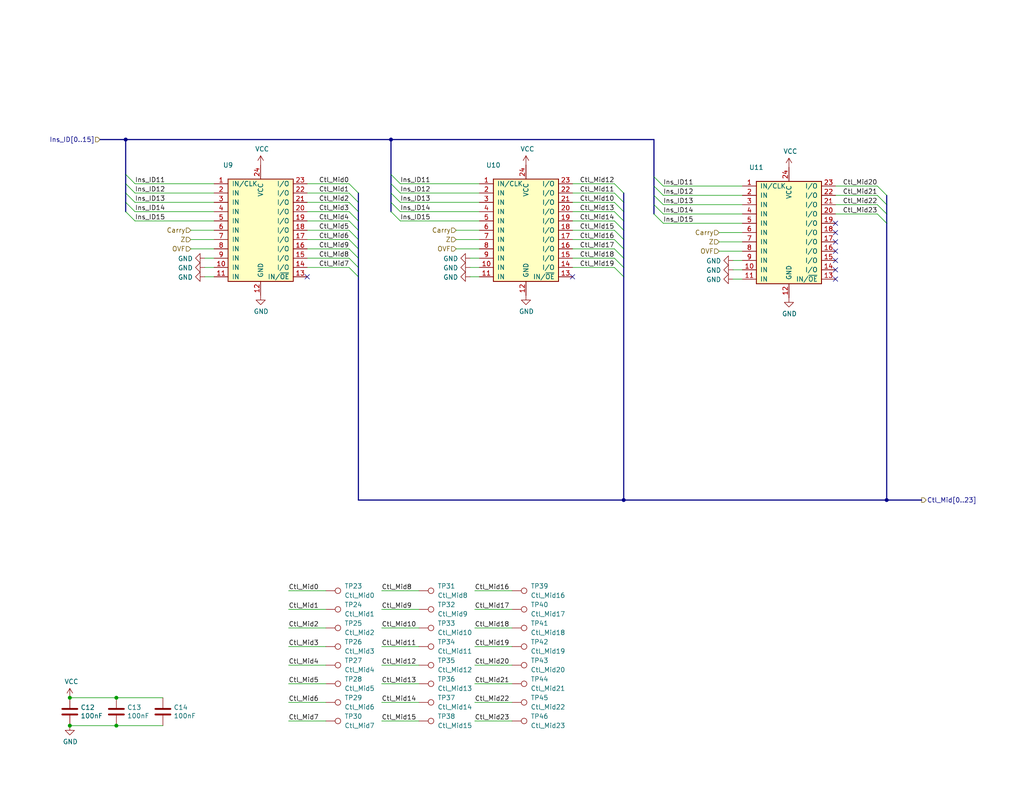
<source format=kicad_sch>
(kicad_sch (version 20211123) (generator eeschema)
  (paper "USLetter")
  (title_block (title "Instruction Decoder") (date "2022-04-24") (rev "C") (comment 4 "Decodes an instruction opcode into an array of control signals."))
  (lib_symbols
    (symbol "Connector:TestPoint" (pin_numbers hide) (pin_names (offset 0.762) hide)
      (property "Reference" "TP" (at 0 6.858 0))
      (property "Value" "TestPoint" (at 0 5.08 0))
      (symbol "TestPoint_0_1"
        (circle (center 0 3.302) (radius 0.762))
      )
      (symbol "TestPoint_1_1"
        (pin passive line (at 0 0 90) (length 2.54) (name "1") (number "1"))
      )
    )
    (symbol "ControlModule-rescue:ATF22V10C-Logic_Programmable" (pin_names (offset 1.016))
      (property "Reference" "U" (at -7.62 17.78 0))
      (property "Value" "ATF22V10C-Logic_Programmable" (at -7.62 15.24 0))
      (symbol "ATF22V10C-Logic_Programmable_1_1"
        (rectangle (start -8.89 -15.24) (end 8.89 12.7) (stroke (width 0.254)) (fill (type background)))
        (pin input line (at -12.7 11.43 0) (length 3.81) (name "IN/CLK") (number "1"))
        (pin input line (at -12.7 -11.43 0) (length 3.81) (name "IN") (number "10"))
        (pin input line (at -12.7 -13.97 0) (length 3.81) (name "IN") (number "11"))
        (pin power_in line (at 0 -19.05 90) (length 3.81) (name "GND") (number "12"))
        (pin input line (at 12.7 -13.97 180) (length 3.81) (name "IN/~{OE}") (number "13"))
        (pin passive line (at 12.7 -11.43 180) (length 3.81) (name "I/O") (number "14"))
        (pin passive line (at 12.7 -8.89 180) (length 3.81) (name "I/O") (number "15"))
        (pin passive line (at 12.7 -6.35 180) (length 3.81) (name "I/O") (number "16"))
        (pin passive line (at 12.7 -3.81 180) (length 3.81) (name "I/O") (number "17"))
        (pin passive line (at 12.7 -1.27 180) (length 3.81) (name "I/O") (number "18"))
        (pin passive line (at 12.7 1.27 180) (length 3.81) (name "I/O") (number "19"))
        (pin input line (at -12.7 8.89 0) (length 3.81) (name "IN") (number "2"))
        (pin passive line (at 12.7 3.81 180) (length 3.81) (name "I/O") (number "20"))
        (pin passive line (at 12.7 6.35 180) (length 3.81) (name "I/O") (number "21"))
        (pin passive line (at 12.7 8.89 180) (length 3.81) (name "I/O") (number "22"))
        (pin passive line (at 12.7 11.43 180) (length 3.81) (name "I/O") (number "23"))
        (pin power_in line (at 0 16.51 270) (length 3.81) (name "VCC") (number "24"))
        (pin input line (at -12.7 6.35 0) (length 3.81) (name "IN") (number "3"))
        (pin input line (at -12.7 3.81 0) (length 3.81) (name "IN") (number "4"))
        (pin input line (at -12.7 1.27 0) (length 3.81) (name "IN") (number "5"))
        (pin input line (at -12.7 -1.27 0) (length 3.81) (name "IN") (number "6"))
        (pin input line (at -12.7 -3.81 0) (length 3.81) (name "IN") (number "7"))
        (pin input line (at -12.7 -6.35 0) (length 3.81) (name "IN") (number "8"))
        (pin input line (at -12.7 -8.89 0) (length 3.81) (name "IN") (number "9"))
      )
    )
    (symbol "Device:C" (pin_numbers hide) (pin_names (offset 0.254))
      (property "Reference" "C" (at 0.635 2.54 0))
      (property "Value" "C" (at 0.635 -2.54 0))
      (symbol "C_0_1"
        (polyline (pts (xy -2.032 -0.762) (xy 2.032 -0.762)) (stroke (width 0.508)))
        (polyline (pts (xy -2.032 0.762) (xy 2.032 0.762)) (stroke (width 0.508)))
      )
      (symbol "C_1_1"
        (pin passive line (at 0 3.81 270) (length 2.794) (name "~") (number "1"))
        (pin passive line (at 0 -3.81 90) (length 2.794) (name "~") (number "2"))
      )
    )
    (symbol "power:GND" (power) (pin_names (offset 0))
      (property "Value" "GND" (at 0 -3.81 0))
      (symbol "GND_0_1"
        (polyline (pts (xy 0 0) (xy 0 -1.27) (xy 1.27 -1.27) (xy 0 -2.54) (xy -1.27 -1.27) (xy 0 -1.27)))
      )
      (symbol "GND_1_1"
        (pin power_in line (at 0 0 270) (length 0) hide (name "GND") (number "1"))
      )
    )
    (symbol "power:VCC" (power) (pin_names (offset 0))
      (property "Value" "VCC" (at 0 3.81 0))
      (symbol "VCC_0_1"
        (polyline (pts (xy -0.762 1.27) (xy 0 2.54)))
        (polyline (pts (xy 0 0) (xy 0 2.54)))
        (polyline (pts (xy 0 2.54) (xy 0.762 1.27)))
      )
      (symbol "VCC_1_1"
        (pin power_in line (at 0 0 90) (length 0) hide (name "VCC") (number "1"))
      )
    )
  )
  (junction (at 19.05 198.12))
  (junction (at 31.75 190.5))
  (junction (at 241.935 136.525))
  (junction (at 34.29 38.1))
  (junction (at 31.75 198.12))
  (junction (at 170.18 136.525))
  (junction (at 106.68 38.1))
  (junction (at 19.05 190.5))
  (no_connect (at 227.965 60.96))
  (no_connect (at 83.82 75.565))
  (no_connect (at 156.21 75.565))
  (no_connect (at 227.965 76.2))
  (no_connect (at 227.965 63.5))
  (no_connect (at 227.965 66.04))
  (no_connect (at 227.965 68.58))
  (no_connect (at 227.965 71.12))
  (no_connect (at 227.965 73.66))
  (bus_entry (at 97.79 67.945) (size -2.54 -2.54))
  (bus_entry (at 95.25 70.485) (size 2.54 2.54))
  (bus_entry (at 180.975 58.42) (size -2.54 -2.54))
  (bus_entry (at 97.79 62.865) (size -2.54 -2.54))
  (bus_entry (at 95.25 67.945) (size 2.54 2.54))
  (bus_entry (at 109.22 52.705) (size -2.54 -2.54))
  (bus_entry (at 241.935 58.42) (size -2.54 -2.54))
  (bus_entry (at 97.79 65.405) (size -2.54 -2.54))
  (bus_entry (at 241.935 53.34) (size -2.54 -2.54))
  (bus_entry (at 241.935 60.96) (size -2.54 -2.54))
  (bus_entry (at 241.935 55.88) (size -2.54 -2.54))
  (bus_entry (at 97.79 60.325) (size -2.54 -2.54))
  (bus_entry (at 180.975 55.88) (size -2.54 -2.54))
  (bus_entry (at 109.22 55.245) (size -2.54 -2.54))
  (bus_entry (at 95.25 73.025) (size 2.54 2.54))
  (bus_entry (at 36.83 55.245) (size -2.54 -2.54))
  (bus_entry (at 97.79 52.705) (size -2.54 -2.54))
  (bus_entry (at 36.83 52.705) (size -2.54 -2.54))
  (bus_entry (at 167.64 67.945) (size 2.54 2.54))
  (bus_entry (at 36.83 50.165) (size -2.54 -2.54))
  (bus_entry (at 180.975 60.96) (size -2.54 -2.54))
  (bus_entry (at 170.18 60.325) (size -2.54 -2.54))
  (bus_entry (at 167.64 70.485) (size 2.54 2.54))
  (bus_entry (at 109.22 50.165) (size -2.54 -2.54))
  (bus_entry (at 97.79 55.245) (size -2.54 -2.54))
  (bus_entry (at 109.22 60.325) (size -2.54 -2.54))
  (bus_entry (at 170.18 62.865) (size -2.54 -2.54))
  (bus_entry (at 170.18 67.945) (size -2.54 -2.54))
  (bus_entry (at 180.975 50.8) (size -2.54 -2.54))
  (bus_entry (at 36.83 57.785) (size -2.54 -2.54))
  (bus_entry (at 170.18 57.785) (size -2.54 -2.54))
  (bus_entry (at 109.22 57.785) (size -2.54 -2.54))
  (bus_entry (at 180.975 53.34) (size -2.54 -2.54))
  (bus_entry (at 167.64 73.025) (size 2.54 2.54))
  (bus_entry (at 170.18 65.405) (size -2.54 -2.54))
  (bus_entry (at 170.18 52.705) (size -2.54 -2.54))
  (bus_entry (at 36.83 60.325) (size -2.54 -2.54))
  (bus_entry (at 97.79 57.785) (size -2.54 -2.54))
  (bus_entry (at 170.18 55.245) (size -2.54 -2.54))
  (wire (pts (xy 83.82 57.785) (xy 95.25 57.785)))
  (wire (pts (xy 180.975 50.8) (xy 202.565 50.8)))
  (wire (pts (xy 78.74 176.53) (xy 88.9 176.53)))
  (bus (pts (xy 170.18 55.245) (xy 170.18 57.785)))
  (wire (pts (xy 104.14 161.29) (xy 114.3 161.29)))
  (wire (pts (xy 44.45 198.12) (xy 31.75 198.12)))
  (bus (pts (xy 34.29 50.165) (xy 34.29 52.705)))
  (wire (pts (xy 156.21 65.405) (xy 167.64 65.405)))
  (wire (pts (xy 129.54 171.45) (xy 139.7 171.45)))
  (bus (pts (xy 241.935 53.34) (xy 241.935 55.88)))
  (wire (pts (xy 156.21 62.865) (xy 167.64 62.865)))
  (wire (pts (xy 58.42 50.165) (xy 36.83 50.165)))
  (bus (pts (xy 106.68 55.245) (xy 106.68 57.785)))
  (bus (pts (xy 170.18 136.525) (xy 241.935 136.525)))
  (wire (pts (xy 196.215 66.04) (xy 202.565 66.04)))
  (wire (pts (xy 196.215 68.58) (xy 202.565 68.58)))
  (bus (pts (xy 97.79 60.325) (xy 97.79 62.865)))
  (bus (pts (xy 34.29 55.245) (xy 34.29 57.785)))
  (wire (pts (xy 31.75 190.5) (xy 44.45 190.5)))
  (bus (pts (xy 170.18 57.785) (xy 170.18 60.325)))
  (wire (pts (xy 128.27 73.025) (xy 130.81 73.025)))
  (wire (pts (xy 36.83 57.785) (xy 58.42 57.785)))
  (bus (pts (xy 241.935 60.96) (xy 241.935 136.525)))
  (bus (pts (xy 34.29 38.1) (xy 34.29 47.625)))
  (wire (pts (xy 156.21 55.245) (xy 167.64 55.245)))
  (wire (pts (xy 83.82 50.165) (xy 95.25 50.165)))
  (wire (pts (xy 128.27 70.485) (xy 130.81 70.485)))
  (wire (pts (xy 180.975 60.96) (xy 202.565 60.96)))
  (wire (pts (xy 78.74 171.45) (xy 88.9 171.45)))
  (wire (pts (xy 52.07 65.405) (xy 58.42 65.405)))
  (wire (pts (xy 78.74 196.85) (xy 88.9 196.85)))
  (bus (pts (xy 97.79 70.485) (xy 97.79 67.945)))
  (wire (pts (xy 180.975 55.88) (xy 202.565 55.88)))
  (bus (pts (xy 178.435 55.88) (xy 178.435 58.42)))
  (bus (pts (xy 178.435 53.34) (xy 178.435 55.88)))
  (bus (pts (xy 97.79 73.025) (xy 97.79 75.565)))
  (wire (pts (xy 129.54 161.29) (xy 139.7 161.29)))
  (wire (pts (xy 227.965 53.34) (xy 239.395 53.34)))
  (wire (pts (xy 83.82 73.025) (xy 95.25 73.025)))
  (bus (pts (xy 178.435 48.26) (xy 178.435 50.8)))
  (wire (pts (xy 109.22 55.245) (xy 130.81 55.245)))
  (wire (pts (xy 83.82 62.865) (xy 95.25 62.865)))
  (wire (pts (xy 156.21 73.025) (xy 167.64 73.025)))
  (wire (pts (xy 104.14 181.61) (xy 114.3 181.61)))
  (wire (pts (xy 200.025 76.2) (xy 202.565 76.2)))
  (wire (pts (xy 180.975 53.34) (xy 202.565 53.34)))
  (bus (pts (xy 106.68 47.625) (xy 106.68 50.165)))
  (wire (pts (xy 200.025 71.12) (xy 202.565 71.12)))
  (wire (pts (xy 78.74 191.77) (xy 88.9 191.77)))
  (wire (pts (xy 109.22 57.785) (xy 130.81 57.785)))
  (bus (pts (xy 170.18 70.485) (xy 170.18 73.025)))
  (bus (pts (xy 170.18 62.865) (xy 170.18 65.405)))
  (wire (pts (xy 104.14 191.77) (xy 114.3 191.77)))
  (wire (pts (xy 129.54 181.61) (xy 139.7 181.61)))
  (wire (pts (xy 83.82 65.405) (xy 95.25 65.405)))
  (wire (pts (xy 83.82 67.945) (xy 95.25 67.945)))
  (bus (pts (xy 34.29 52.705) (xy 34.29 55.245)))
  (wire (pts (xy 156.21 67.945) (xy 167.64 67.945)))
  (wire (pts (xy 104.14 186.69) (xy 114.3 186.69)))
  (bus (pts (xy 170.18 70.485) (xy 170.18 67.945)))
  (bus (pts (xy 106.68 52.705) (xy 106.68 55.245)))
  (wire (pts (xy 124.46 65.405) (xy 130.81 65.405)))
  (wire (pts (xy 52.07 62.865) (xy 58.42 62.865)))
  (wire (pts (xy 156.21 52.705) (xy 167.64 52.705)))
  (wire (pts (xy 129.54 196.85) (xy 139.7 196.85)))
  (wire (pts (xy 31.75 198.12) (xy 19.05 198.12)))
  (wire (pts (xy 227.965 58.42) (xy 239.395 58.42)))
  (bus (pts (xy 97.79 52.705) (xy 97.79 55.245)))
  (bus (pts (xy 170.18 73.025) (xy 170.18 75.565)))
  (wire (pts (xy 78.74 161.29) (xy 88.9 161.29)))
  (wire (pts (xy 36.83 60.325) (xy 58.42 60.325)))
  (wire (pts (xy 55.88 70.485) (xy 58.42 70.485)))
  (wire (pts (xy 83.82 60.325) (xy 95.25 60.325)))
  (bus (pts (xy 27.305 38.1) (xy 34.29 38.1)))
  (bus (pts (xy 97.79 57.785) (xy 97.79 60.325)))
  (wire (pts (xy 104.14 176.53) (xy 114.3 176.53)))
  (bus (pts (xy 178.435 50.8) (xy 178.435 53.34)))
  (wire (pts (xy 200.025 73.66) (xy 202.565 73.66)))
  (wire (pts (xy 129.54 176.53) (xy 139.7 176.53)))
  (wire (pts (xy 129.54 191.77) (xy 139.7 191.77)))
  (wire (pts (xy 124.46 67.945) (xy 130.81 67.945)))
  (bus (pts (xy 170.18 75.565) (xy 170.18 136.525)))
  (bus (pts (xy 97.79 75.565) (xy 97.79 136.525)))
  (bus (pts (xy 241.935 58.42) (xy 241.935 60.96)))
  (bus (pts (xy 106.68 38.1) (xy 106.68 47.625)))
  (wire (pts (xy 55.88 73.025) (xy 58.42 73.025)))
  (bus (pts (xy 97.79 70.485) (xy 97.79 73.025)))
  (wire (pts (xy 78.74 186.69) (xy 88.9 186.69)))
  (wire (pts (xy 156.21 60.325) (xy 167.64 60.325)))
  (wire (pts (xy 109.22 50.165) (xy 130.81 50.165)))
  (bus (pts (xy 241.935 55.88) (xy 241.935 58.42)))
  (wire (pts (xy 78.74 181.61) (xy 88.9 181.61)))
  (bus (pts (xy 170.18 52.705) (xy 170.18 55.245)))
  (wire (pts (xy 83.82 52.705) (xy 95.25 52.705)))
  (bus (pts (xy 97.79 65.405) (xy 97.79 67.945)))
  (wire (pts (xy 128.27 75.565) (xy 130.81 75.565)))
  (wire (pts (xy 104.14 166.37) (xy 114.3 166.37)))
  (wire (pts (xy 19.05 190.5) (xy 31.75 190.5)))
  (wire (pts (xy 156.21 57.785) (xy 167.64 57.785)))
  (bus (pts (xy 170.18 136.525) (xy 97.79 136.525)))
  (bus (pts (xy 34.29 38.1) (xy 106.68 38.1)))
  (wire (pts (xy 129.54 166.37) (xy 139.7 166.37)))
  (wire (pts (xy 36.83 55.245) (xy 58.42 55.245)))
  (wire (pts (xy 109.22 60.325) (xy 130.81 60.325)))
  (wire (pts (xy 196.215 63.5) (xy 202.565 63.5)))
  (bus (pts (xy 170.18 65.405) (xy 170.18 67.945)))
  (bus (pts (xy 106.68 38.1) (xy 178.435 38.1)))
  (bus (pts (xy 170.18 60.325) (xy 170.18 62.865)))
  (wire (pts (xy 55.88 75.565) (xy 58.42 75.565)))
  (wire (pts (xy 124.46 62.865) (xy 130.81 62.865)))
  (wire (pts (xy 83.82 70.485) (xy 95.25 70.485)))
  (bus (pts (xy 34.29 47.625) (xy 34.29 50.165)))
  (bus (pts (xy 106.68 50.165) (xy 106.68 52.705)))
  (wire (pts (xy 104.14 171.45) (xy 114.3 171.45)))
  (bus (pts (xy 97.79 62.865) (xy 97.79 65.405)))
  (bus (pts (xy 97.79 55.245) (xy 97.79 57.785)))
  (wire (pts (xy 104.14 196.85) (xy 114.3 196.85)))
  (wire (pts (xy 78.74 166.37) (xy 88.9 166.37)))
  (wire (pts (xy 180.975 58.42) (xy 202.565 58.42)))
  (wire (pts (xy 227.965 50.8) (xy 239.395 50.8)))
  (bus (pts (xy 178.435 38.1) (xy 178.435 48.26)))
  (wire (pts (xy 156.21 70.485) (xy 167.64 70.485)))
  (wire (pts (xy 83.82 55.245) (xy 95.25 55.245)))
  (wire (pts (xy 129.54 186.69) (xy 139.7 186.69)))
  (bus (pts (xy 241.935 136.525) (xy 251.46 136.525)))
  (wire (pts (xy 58.42 52.705) (xy 36.83 52.705)))
  (wire (pts (xy 109.22 52.705) (xy 130.81 52.705)))
  (wire (pts (xy 227.965 55.88) (xy 239.395 55.88)))
  (wire (pts (xy 52.07 67.945) (xy 58.42 67.945)))
  (wire (pts (xy 156.21 50.165) (xy 167.64 50.165)))
  (label "Ctl_Mid13" (at 104.14 186.69 0))
  (label "Ctl_Mid9" (at 104.14 166.37 0))
  (label "Ctl_Mid0" (at 95.25 50.165 180))
  (label "Ctl_Mid11" (at 167.64 52.705 180))
  (label "Ctl_Mid4" (at 95.25 60.325 180))
  (label "Ctl_Mid17" (at 129.54 166.37 0))
  (label "Ins_ID12" (at 180.975 53.34 0))
  (label "Ctl_Mid22" (at 129.54 191.77 0))
  (label "Ins_ID13" (at 36.83 55.245 0))
  (label "Ins_ID11" (at 36.83 50.165 0))
  (label "Ins_ID15" (at 180.975 60.96 0))
  (label "Ctl_Mid2" (at 78.74 171.45 0))
  (label "Ctl_Mid23" (at 129.54 196.85 0))
  (label "Ctl_Mid14" (at 167.64 60.325 180))
  (label "Ctl_Mid19" (at 129.54 176.53 0))
  (label "Ctl_Mid18" (at 167.64 70.485 180))
  (label "Ctl_Mid2" (at 95.25 55.245 180))
  (label "Ctl_Mid11" (at 104.14 176.53 0))
  (label "Ctl_Mid4" (at 78.74 181.61 0))
  (label "Ctl_Mid14" (at 104.14 191.77 0))
  (label "Ins_ID14" (at 109.22 57.785 0))
  (label "Ctl_Mid13" (at 167.64 57.785 180))
  (label "Ctl_Mid22" (at 239.395 55.88 180))
  (label "Ins_ID12" (at 36.83 52.705 0))
  (label "Ins_ID15" (at 109.22 60.325 0))
  (label "Ctl_Mid10" (at 104.14 171.45 0))
  (label "Ctl_Mid5" (at 95.25 62.865 180))
  (label "Ctl_Mid3" (at 95.25 57.785 180))
  (label "Ctl_Mid23" (at 239.395 58.42 180))
  (label "Ins_ID15" (at 36.83 60.325 0))
  (label "Ctl_Mid20" (at 129.54 181.61 0))
  (label "Ctl_Mid3" (at 78.74 176.53 0))
  (label "Ctl_Mid9" (at 95.25 67.945 180))
  (label "Ctl_Mid10" (at 167.64 55.245 180))
  (label "Ctl_Mid16" (at 129.54 161.29 0))
  (label "Ins_ID12" (at 109.22 52.705 0))
  (label "Ctl_Mid7" (at 78.74 196.85 0))
  (label "Ins_ID11" (at 180.975 50.8 0))
  (label "Ins_ID14" (at 180.975 58.42 0))
  (label "Ctl_Mid17" (at 167.64 67.945 180))
  (label "Ctl_Mid20" (at 239.395 50.8 180))
  (label "Ins_ID14" (at 36.83 57.785 0))
  (label "Ctl_Mid8" (at 104.14 161.29 0))
  (label "Ctl_Mid15" (at 104.14 196.85 0))
  (label "Ins_ID11" (at 109.22 50.165 0))
  (label "Ctl_Mid18" (at 129.54 171.45 0))
  (label "Ctl_Mid0" (at 78.74 161.29 0))
  (label "Ctl_Mid7" (at 95.25 73.025 180))
  (label "Ctl_Mid12" (at 104.14 181.61 0))
  (label "Ctl_Mid8" (at 95.25 70.485 180))
  (label "Ctl_Mid1" (at 95.25 52.705 180))
  (label "Ctl_Mid16" (at 167.64 65.405 180))
  (label "Ins_ID13" (at 180.975 55.88 0))
  (label "Ins_ID13" (at 109.22 55.245 0))
  (label "Ctl_Mid12" (at 167.64 50.165 180))
  (label "Ctl_Mid1" (at 78.74 166.37 0))
  (label "Ctl_Mid6" (at 78.74 191.77 0))
  (label "Ctl_Mid15" (at 167.64 62.865 180))
  (label "Ctl_Mid21" (at 129.54 186.69 0))
  (label "Ctl_Mid6" (at 95.25 65.405 180))
  (label "Ctl_Mid21" (at 239.395 53.34 180))
  (label "Ctl_Mid5" (at 78.74 186.69 0))
  (label "Ctl_Mid19" (at 167.64 73.025 180))
  (hierarchical_label "Carry" (shape input) (at 196.215 63.5 180))
  (hierarchical_label "Ins_ID[0..15]" (shape input) (at 27.305 38.1 180))
  (hierarchical_label "Ctl_Mid[0..23]" (shape output) (at 251.46 136.525 0))
  (hierarchical_label "Z" (shape input) (at 124.46 65.405 180))
  (hierarchical_label "Z" (shape input) (at 196.215 66.04 180))
  (hierarchical_label "OVF" (shape input) (at 196.215 68.58 180))
  (hierarchical_label "Carry" (shape input) (at 52.07 62.865 180))
  (hierarchical_label "OVF" (shape input) (at 52.07 67.945 180))
  (hierarchical_label "OVF" (shape input) (at 124.46 67.945 180))
  (hierarchical_label "Z" (shape input) (at 52.07 65.405 180))
  (hierarchical_label "Carry" (shape input) (at 124.46 62.865 180))
  (symbol (lib_id "power:GND") (at 55.88 75.565 270) (unit 1)
    (property "Reference" "#PWR043" (effects hide))
    (property "Value" "GND" (at 52.6288 75.692 90) (effects (justify right)))
  )
  (symbol (lib_id "power:GND") (at 128.27 75.565 270) (unit 1)
    (property "Reference" "#PWR048" (effects hide))
    (property "Value" "GND" (at 125.0188 75.692 90) (effects (justify right)))
  )
  (symbol (lib_id "power:GND") (at 200.025 76.2 270) (unit 1)
    (property "Reference" "#PWR053" (effects hide))
    (property "Value" "GND" (at 196.7738 76.327 90) (effects (justify right)))
  )
  (symbol (lib_id "power:GND") (at 55.88 73.025 270) (unit 1)
    (property "Reference" "#PWR042" (effects hide))
    (property "Value" "GND" (at 52.6288 73.152 90) (effects (justify right)))
  )
  (symbol (lib_id "Device:C") (at 19.05 194.31 0) (unit 1)
    (property "Reference" "C12" (at 21.971 193.1416 0) (effects (justify left)))
    (property "Value" "100nF" (at 21.971 195.453 0) (effects (justify left)))
    (property "Footprint" "Capacitor_SMD:C_0603_1608Metric_Pad1.08x0.95mm_HandSolder" (effects hide))
    (property "Mouser" "https://www.mouser.com/ProductDetail/963-EMK107B7104KAHT" (effects hide))
  )
  (symbol (lib_id "Device:C") (at 31.75 194.31 0) (unit 1)
    (property "Reference" "C13" (at 34.671 193.1416 0) (effects (justify left)))
    (property "Value" "100nF" (at 34.671 195.453 0) (effects (justify left)))
    (property "Footprint" "Capacitor_SMD:C_0603_1608Metric_Pad1.08x0.95mm_HandSolder" (effects hide))
    (property "Mouser" "https://www.mouser.com/ProductDetail/963-EMK107B7104KAHT" (effects hide))
  )
  (symbol (lib_id "power:GND") (at 19.05 198.12 0) (unit 1)
    (property "Reference" "#PWR040" (effects hide))
    (property "Value" "GND" (at 19.177 202.5142 0))
  )
  (symbol (lib_id "power:VCC") (at 19.05 190.5 0) (unit 1)
    (property "Reference" "#PWR039" (effects hide))
    (property "Value" "VCC" (at 19.4818 186.1058 0))
  )
  (symbol (lib_id "power:VCC") (at 71.12 45.085 0) (unit 1)
    (property "Reference" "#PWR044" (effects hide))
    (property "Value" "VCC" (at 71.501 40.6908 0))
  )
  (symbol (lib_id "power:GND") (at 71.12 80.645 0) (unit 1)
    (property "Reference" "#PWR045" (effects hide))
    (property "Value" "GND" (at 71.247 85.0392 0))
  )
  (symbol (lib_id "Device:C") (at 44.45 194.31 0) (unit 1)
    (property "Reference" "C14" (at 47.371 193.1416 0) (effects (justify left)))
    (property "Value" "100nF" (at 47.371 195.453 0) (effects (justify left)))
    (property "Footprint" "Capacitor_SMD:C_0603_1608Metric_Pad1.08x0.95mm_HandSolder" (effects hide))
    (property "Mouser" "https://www.mouser.com/ProductDetail/963-EMK107B7104KAHT" (effects hide))
  )
  (symbol (lib_id "power:VCC") (at 143.51 45.085 0) (unit 1)
    (property "Reference" "#PWR049" (effects hide))
    (property "Value" "VCC" (at 143.891 40.6908 0))
  )
  (symbol (lib_id "power:GND") (at 143.51 80.645 0) (unit 1)
    (property "Reference" "#PWR050" (effects hide))
    (property "Value" "GND" (at 143.637 85.0392 0))
  )
  (symbol (lib_id "power:GND") (at 128.27 73.025 270) (unit 1)
    (property "Reference" "#PWR047" (effects hide))
    (property "Value" "GND" (at 125.0188 73.152 90) (effects (justify right)))
  )
  (symbol (lib_id "power:VCC") (at 215.265 45.72 0) (unit 1)
    (property "Reference" "#PWR054" (effects hide))
    (property "Value" "VCC" (at 215.646 41.3258 0))
  )
  (symbol (lib_id "power:GND") (at 215.265 81.28 0) (unit 1)
    (property "Reference" "#PWR055" (effects hide))
    (property "Value" "GND" (at 215.392 85.6742 0))
  )
  (symbol (lib_id "power:GND") (at 200.025 73.66 270) (unit 1)
    (property "Reference" "#PWR052" (effects hide))
    (property "Value" "GND" (at 196.7738 73.787 90) (effects (justify right)))
  )
  (symbol (lib_id "power:GND") (at 200.025 71.12 270) (unit 1)
    (property "Reference" "#PWR051" (effects hide))
    (property "Value" "GND" (at 196.7738 71.247 90) (effects (justify right)))
  )
  (symbol (lib_id "power:GND") (at 128.27 70.485 270) (unit 1)
    (property "Reference" "#PWR046" (effects hide))
    (property "Value" "GND" (at 125.0188 70.612 90) (effects (justify right)))
  )
  (symbol (lib_id "power:GND") (at 55.88 70.485 270) (unit 1)
    (property "Reference" "#PWR041" (effects hide))
    (property "Value" "GND" (at 52.6288 70.612 90) (effects (justify right)))
  )
  (symbol (lib_id "Connector:TestPoint") (at 88.9 171.45 270) (unit 1)
    (property "Reference" "TP25" (at 93.98 170.1799 90) (effects (justify left)))
    (property "Value" "Ctl_Mid2" (at 93.98 172.7199 90) (effects (justify left)))
    (property "Footprint" "TestPoint:TestPoint_Pad_D1.0mm" (effects hide))
  )
  (symbol (lib_id "ControlModule-rescue:ATF22V10C-Logic_Programmable") (at 215.265 62.23 0) (unit 1)
    (property "Reference" "U11" (at 206.375 45.72 0))
    (property "Datasheet" "https://www.mouser.com/datasheet/2/268/doc0735-1369018.pdf" (effects hide))
    (property "Mouser" "https://www.mouser.com/ProductDetail/Microchip-Technology-Atmel/ATF22V10C-7PX?qs=%2Fha2pyFadugqFuTUlWvkuaZr7DXQ8Rnu3dOZcKuoHGuPC51te6MYUw%3D%3D" (effects hide))
  )
  (symbol (lib_id "Connector:TestPoint") (at 139.7 181.61 270) (unit 1)
    (property "Reference" "TP43" (at 144.78 180.3399 90) (effects (justify left)))
    (property "Value" "Ctl_Mid20" (at 144.78 182.8799 90) (effects (justify left)))
    (property "Footprint" "TestPoint:TestPoint_Pad_D1.0mm" (effects hide))
  )
  (symbol (lib_id "Connector:TestPoint") (at 88.9 161.29 270) (unit 1)
    (property "Reference" "TP23" (at 93.98 160.0199 90) (effects (justify left)))
    (property "Value" "Ctl_Mid0" (at 93.98 162.5599 90) (effects (justify left)))
    (property "Footprint" "TestPoint:TestPoint_Pad_D1.0mm" (effects hide))
  )
  (symbol (lib_id "Connector:TestPoint") (at 88.9 181.61 270) (unit 1)
    (property "Reference" "TP27" (at 93.98 180.3399 90) (effects (justify left)))
    (property "Value" "Ctl_Mid4" (at 93.98 182.8799 90) (effects (justify left)))
    (property "Footprint" "TestPoint:TestPoint_Pad_D1.0mm" (effects hide))
  )
  (symbol (lib_id "Connector:TestPoint") (at 139.7 186.69 270) (unit 1)
    (property "Reference" "TP44" (at 144.78 185.4199 90) (effects (justify left)))
    (property "Value" "Ctl_Mid21" (at 144.78 187.9599 90) (effects (justify left)))
    (property "Footprint" "TestPoint:TestPoint_Pad_D1.0mm" (effects hide))
  )
  (symbol (lib_id "Connector:TestPoint") (at 139.7 161.29 270) (unit 1)
    (property "Reference" "TP39" (at 144.78 160.0199 90) (effects (justify left)))
    (property "Value" "Ctl_Mid16" (at 144.78 162.5599 90) (effects (justify left)))
    (property "Footprint" "TestPoint:TestPoint_Pad_D1.0mm" (effects hide))
  )
  (symbol (lib_id "Connector:TestPoint") (at 114.3 161.29 270) (unit 1)
    (property "Reference" "TP31" (at 119.38 160.0199 90) (effects (justify left)))
    (property "Value" "Ctl_Mid8" (at 119.38 162.5599 90) (effects (justify left)))
    (property "Footprint" "TestPoint:TestPoint_Pad_D1.0mm" (effects hide))
  )
  (symbol (lib_id "ControlModule-rescue:ATF22V10C-Logic_Programmable") (at 71.12 61.595 0) (unit 1)
    (property "Reference" "U9" (at 62.23 45.085 0))
    (property "Datasheet" "https://www.mouser.com/datasheet/2/268/doc0735-1369018.pdf" (effects hide))
    (property "Mouser" "https://www.mouser.com/ProductDetail/Microchip-Technology-Atmel/ATF22V10C-7PX?qs=%2Fha2pyFadugqFuTUlWvkuaZr7DXQ8Rnu3dOZcKuoHGuPC51te6MYUw%3D%3D" (effects hide))
  )
  (symbol (lib_id "Connector:TestPoint") (at 139.7 191.77 270) (unit 1)
    (property "Reference" "TP45" (at 144.78 190.4999 90) (effects (justify left)))
    (property "Value" "Ctl_Mid22" (at 144.78 193.0399 90) (effects (justify left)))
    (property "Footprint" "TestPoint:TestPoint_Pad_D1.0mm" (effects hide))
  )
  (symbol (lib_id "Connector:TestPoint") (at 114.3 171.45 270) (unit 1)
    (property "Reference" "TP33" (at 119.38 170.1799 90) (effects (justify left)))
    (property "Value" "Ctl_Mid10" (at 119.38 172.7199 90) (effects (justify left)))
    (property "Footprint" "TestPoint:TestPoint_Pad_D1.0mm" (effects hide))
  )
  (symbol (lib_id "Connector:TestPoint") (at 114.3 166.37 270) (unit 1)
    (property "Reference" "TP32" (at 119.38 165.0999 90) (effects (justify left)))
    (property "Value" "Ctl_Mid9" (at 119.38 167.6399 90) (effects (justify left)))
    (property "Footprint" "TestPoint:TestPoint_Pad_D1.0mm" (effects hide))
  )
  (symbol (lib_id "Connector:TestPoint") (at 88.9 191.77 270) (unit 1)
    (property "Reference" "TP29" (at 93.98 190.4999 90) (effects (justify left)))
    (property "Value" "Ctl_Mid6" (at 93.98 193.0399 90) (effects (justify left)))
    (property "Footprint" "TestPoint:TestPoint_Pad_D1.0mm" (effects hide))
  )
  (symbol (lib_id "Connector:TestPoint") (at 139.7 166.37 270) (unit 1)
    (property "Reference" "TP40" (at 144.78 165.0999 90) (effects (justify left)))
    (property "Value" "Ctl_Mid17" (at 144.78 167.6399 90) (effects (justify left)))
    (property "Footprint" "TestPoint:TestPoint_Pad_D1.0mm" (effects hide))
  )
  (symbol (lib_id "Connector:TestPoint") (at 88.9 176.53 270) (unit 1)
    (property "Reference" "TP26" (at 93.98 175.2599 90) (effects (justify left)))
    (property "Value" "Ctl_Mid3" (at 93.98 177.7999 90) (effects (justify left)))
    (property "Footprint" "TestPoint:TestPoint_Pad_D1.0mm" (effects hide))
  )
  (symbol (lib_id "Connector:TestPoint") (at 139.7 196.85 270) (unit 1)
    (property "Reference" "TP46" (at 144.78 195.5799 90) (effects (justify left)))
    (property "Value" "Ctl_Mid23" (at 144.78 198.1199 90) (effects (justify left)))
    (property "Footprint" "TestPoint:TestPoint_Pad_D1.0mm" (effects hide))
  )
  (symbol (lib_id "Connector:TestPoint") (at 114.3 181.61 270) (unit 1)
    (property "Reference" "TP35" (at 119.38 180.3399 90) (effects (justify left)))
    (property "Value" "Ctl_Mid12" (at 119.38 182.8799 90) (effects (justify left)))
    (property "Footprint" "TestPoint:TestPoint_Pad_D1.0mm" (effects hide))
  )
  (symbol (lib_id "Connector:TestPoint") (at 114.3 196.85 270) (unit 1)
    (property "Reference" "TP38" (at 119.38 195.5799 90) (effects (justify left)))
    (property "Value" "Ctl_Mid15" (at 119.38 198.1199 90) (effects (justify left)))
    (property "Footprint" "TestPoint:TestPoint_Pad_D1.0mm" (effects hide))
  )
  (symbol (lib_id "Connector:TestPoint") (at 88.9 186.69 270) (unit 1)
    (property "Reference" "TP28" (at 93.98 185.4199 90) (effects (justify left)))
    (property "Value" "Ctl_Mid5" (at 93.98 187.9599 90) (effects (justify left)))
    (property "Footprint" "TestPoint:TestPoint_Pad_D1.0mm" (effects hide))
  )
  (symbol (lib_id "Connector:TestPoint") (at 88.9 166.37 270) (unit 1)
    (property "Reference" "TP24" (at 93.98 165.0999 90) (effects (justify left)))
    (property "Value" "Ctl_Mid1" (at 93.98 167.6399 90) (effects (justify left)))
    (property "Footprint" "TestPoint:TestPoint_Pad_D1.0mm" (effects hide))
  )
  (symbol (lib_id "Connector:TestPoint") (at 114.3 176.53 270) (unit 1)
    (property "Reference" "TP34" (at 119.38 175.2599 90) (effects (justify left)))
    (property "Value" "Ctl_Mid11" (at 119.38 177.7999 90) (effects (justify left)))
    (property "Footprint" "TestPoint:TestPoint_Pad_D1.0mm" (effects hide))
  )
  (symbol (lib_id "Connector:TestPoint") (at 139.7 171.45 270) (unit 1)
    (property "Reference" "TP41" (at 144.78 170.1799 90) (effects (justify left)))
    (property "Value" "Ctl_Mid18" (at 144.78 172.7199 90) (effects (justify left)))
    (property "Footprint" "TestPoint:TestPoint_Pad_D1.0mm" (effects hide))
  )
  (symbol (lib_id "Connector:TestPoint") (at 88.9 196.85 270) (unit 1)
    (property "Reference" "TP30" (at 93.98 195.5799 90) (effects (justify left)))
    (property "Value" "Ctl_Mid7" (at 93.98 198.1199 90) (effects (justify left)))
    (property "Footprint" "TestPoint:TestPoint_Pad_D1.0mm" (effects hide))
  )
  (symbol (lib_id "Connector:TestPoint") (at 139.7 176.53 270) (unit 1)
    (property "Reference" "TP42" (at 144.78 175.2599 90) (effects (justify left)))
    (property "Value" "Ctl_Mid19" (at 144.78 177.7999 90) (effects (justify left)))
    (property "Footprint" "TestPoint:TestPoint_Pad_D1.0mm" (effects hide))
  )
  (symbol (lib_id "Connector:TestPoint") (at 114.3 191.77 270) (unit 1)
    (property "Reference" "TP37" (at 119.38 190.4999 90) (effects (justify left)))
    (property "Value" "Ctl_Mid14" (at 119.38 193.0399 90) (effects (justify left)))
    (property "Footprint" "TestPoint:TestPoint_Pad_D1.0mm" (effects hide))
  )
  (symbol (lib_id "ControlModule-rescue:ATF22V10C-Logic_Programmable") (at 143.51 61.595 0) (unit 1)
    (property "Reference" "U10" (at 134.62 45.085 0))
    (property "Datasheet" "https://www.mouser.com/datasheet/2/268/doc0735-1369018.pdf" (effects hide))
    (property "Mouser" "https://www.mouser.com/ProductDetail/Microchip-Technology-Atmel/ATF22V10C-7PX?qs=%2Fha2pyFadugqFuTUlWvkuaZr7DXQ8Rnu3dOZcKuoHGuPC51te6MYUw%3D%3D" (effects hide))
  )
  (symbol (lib_id "Connector:TestPoint") (at 114.3 186.69 270) (unit 1)
    (property "Reference" "TP36" (at 119.38 185.4199 90) (effects (justify left)))
    (property "Value" "Ctl_Mid13" (at 119.38 187.9599 90) (effects (justify left)))
    (property "Footprint" "TestPoint:TestPoint_Pad_D1.0mm" (effects hide))
  )
)
</source>
